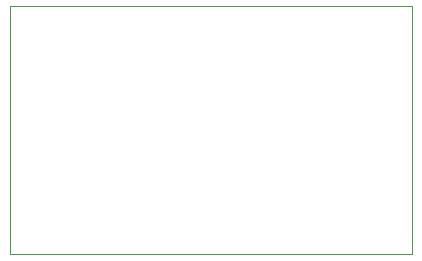
<source format=gm1>
G04 #@! TF.GenerationSoftware,KiCad,Pcbnew,9.0.2*
G04 #@! TF.CreationDate,2025-06-05T16:56:41+03:00*
G04 #@! TF.ProjectId,2-Layer-Proximity-PCB,322d4c61-7965-4722-9d50-726f78696d69,rev?*
G04 #@! TF.SameCoordinates,Original*
G04 #@! TF.FileFunction,Profile,NP*
%FSLAX46Y46*%
G04 Gerber Fmt 4.6, Leading zero omitted, Abs format (unit mm)*
G04 Created by KiCad (PCBNEW 9.0.2) date 2025-06-05 16:56:41*
%MOMM*%
%LPD*%
G01*
G04 APERTURE LIST*
G04 #@! TA.AperFunction,Profile*
%ADD10C,0.050000*%
G04 #@! TD*
G04 APERTURE END LIST*
D10*
X124000000Y-90000000D02*
X158000000Y-90000000D01*
X124000000Y-69000000D02*
X158000000Y-69000000D01*
X124000000Y-69000000D02*
X124000000Y-90000000D01*
X158000000Y-69000000D02*
X158000000Y-90000000D01*
M02*

</source>
